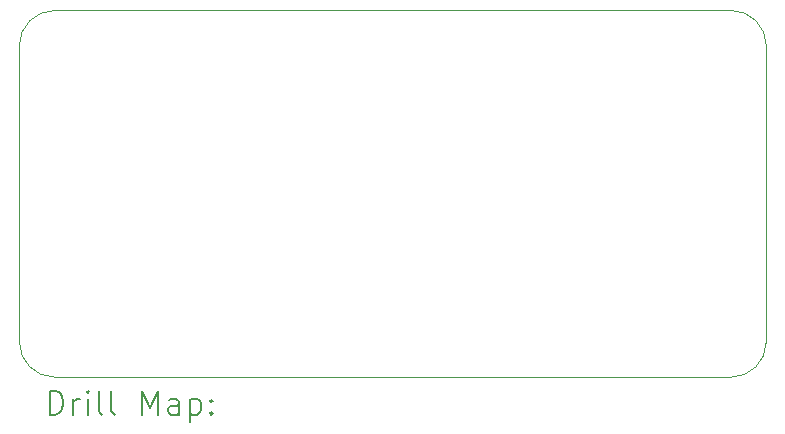
<source format=gbr>
%TF.GenerationSoftware,KiCad,Pcbnew,7.0.10*%
%TF.CreationDate,2025-11-30T12:43:47-05:00*%
%TF.ProjectId,Relay_Helo,52656c61-795f-4486-956c-6f2e6b696361,rev?*%
%TF.SameCoordinates,Original*%
%TF.FileFunction,Drillmap*%
%TF.FilePolarity,Positive*%
%FSLAX45Y45*%
G04 Gerber Fmt 4.5, Leading zero omitted, Abs format (unit mm)*
G04 Created by KiCad (PCBNEW 7.0.10) date 2025-11-30 12:43:47*
%MOMM*%
%LPD*%
G01*
G04 APERTURE LIST*
%ADD10C,0.100000*%
%ADD11C,0.200000*%
G04 APERTURE END LIST*
D10*
X17397000Y-9107000D02*
X11672000Y-9107000D01*
X17697000Y-6301000D02*
G75*
G03*
X17397000Y-6001000I-300000J0D01*
G01*
X17697000Y-6301000D02*
X17697000Y-8807000D01*
X11372000Y-8807000D02*
X11372000Y-6301000D01*
X11672000Y-6001000D02*
G75*
G03*
X11372000Y-6301000I0J-300000D01*
G01*
X17397000Y-9107000D02*
G75*
G03*
X17697000Y-8807000I0J300000D01*
G01*
X11372000Y-8807000D02*
G75*
G03*
X11672000Y-9107000I300000J0D01*
G01*
X11672000Y-6001000D02*
X17397000Y-6001000D01*
D11*
X11627777Y-9423484D02*
X11627777Y-9223484D01*
X11627777Y-9223484D02*
X11675396Y-9223484D01*
X11675396Y-9223484D02*
X11703967Y-9233008D01*
X11703967Y-9233008D02*
X11723015Y-9252055D01*
X11723015Y-9252055D02*
X11732539Y-9271103D01*
X11732539Y-9271103D02*
X11742062Y-9309198D01*
X11742062Y-9309198D02*
X11742062Y-9337770D01*
X11742062Y-9337770D02*
X11732539Y-9375865D01*
X11732539Y-9375865D02*
X11723015Y-9394912D01*
X11723015Y-9394912D02*
X11703967Y-9413960D01*
X11703967Y-9413960D02*
X11675396Y-9423484D01*
X11675396Y-9423484D02*
X11627777Y-9423484D01*
X11827777Y-9423484D02*
X11827777Y-9290150D01*
X11827777Y-9328246D02*
X11837301Y-9309198D01*
X11837301Y-9309198D02*
X11846824Y-9299674D01*
X11846824Y-9299674D02*
X11865872Y-9290150D01*
X11865872Y-9290150D02*
X11884920Y-9290150D01*
X11951586Y-9423484D02*
X11951586Y-9290150D01*
X11951586Y-9223484D02*
X11942062Y-9233008D01*
X11942062Y-9233008D02*
X11951586Y-9242531D01*
X11951586Y-9242531D02*
X11961110Y-9233008D01*
X11961110Y-9233008D02*
X11951586Y-9223484D01*
X11951586Y-9223484D02*
X11951586Y-9242531D01*
X12075396Y-9423484D02*
X12056348Y-9413960D01*
X12056348Y-9413960D02*
X12046824Y-9394912D01*
X12046824Y-9394912D02*
X12046824Y-9223484D01*
X12180158Y-9423484D02*
X12161110Y-9413960D01*
X12161110Y-9413960D02*
X12151586Y-9394912D01*
X12151586Y-9394912D02*
X12151586Y-9223484D01*
X12408729Y-9423484D02*
X12408729Y-9223484D01*
X12408729Y-9223484D02*
X12475396Y-9366341D01*
X12475396Y-9366341D02*
X12542062Y-9223484D01*
X12542062Y-9223484D02*
X12542062Y-9423484D01*
X12723015Y-9423484D02*
X12723015Y-9318722D01*
X12723015Y-9318722D02*
X12713491Y-9299674D01*
X12713491Y-9299674D02*
X12694443Y-9290150D01*
X12694443Y-9290150D02*
X12656348Y-9290150D01*
X12656348Y-9290150D02*
X12637301Y-9299674D01*
X12723015Y-9413960D02*
X12703967Y-9423484D01*
X12703967Y-9423484D02*
X12656348Y-9423484D01*
X12656348Y-9423484D02*
X12637301Y-9413960D01*
X12637301Y-9413960D02*
X12627777Y-9394912D01*
X12627777Y-9394912D02*
X12627777Y-9375865D01*
X12627777Y-9375865D02*
X12637301Y-9356817D01*
X12637301Y-9356817D02*
X12656348Y-9347293D01*
X12656348Y-9347293D02*
X12703967Y-9347293D01*
X12703967Y-9347293D02*
X12723015Y-9337770D01*
X12818253Y-9290150D02*
X12818253Y-9490150D01*
X12818253Y-9299674D02*
X12837301Y-9290150D01*
X12837301Y-9290150D02*
X12875396Y-9290150D01*
X12875396Y-9290150D02*
X12894443Y-9299674D01*
X12894443Y-9299674D02*
X12903967Y-9309198D01*
X12903967Y-9309198D02*
X12913491Y-9328246D01*
X12913491Y-9328246D02*
X12913491Y-9385389D01*
X12913491Y-9385389D02*
X12903967Y-9404436D01*
X12903967Y-9404436D02*
X12894443Y-9413960D01*
X12894443Y-9413960D02*
X12875396Y-9423484D01*
X12875396Y-9423484D02*
X12837301Y-9423484D01*
X12837301Y-9423484D02*
X12818253Y-9413960D01*
X12999205Y-9404436D02*
X13008729Y-9413960D01*
X13008729Y-9413960D02*
X12999205Y-9423484D01*
X12999205Y-9423484D02*
X12989682Y-9413960D01*
X12989682Y-9413960D02*
X12999205Y-9404436D01*
X12999205Y-9404436D02*
X12999205Y-9423484D01*
X12999205Y-9299674D02*
X13008729Y-9309198D01*
X13008729Y-9309198D02*
X12999205Y-9318722D01*
X12999205Y-9318722D02*
X12989682Y-9309198D01*
X12989682Y-9309198D02*
X12999205Y-9299674D01*
X12999205Y-9299674D02*
X12999205Y-9318722D01*
M02*

</source>
